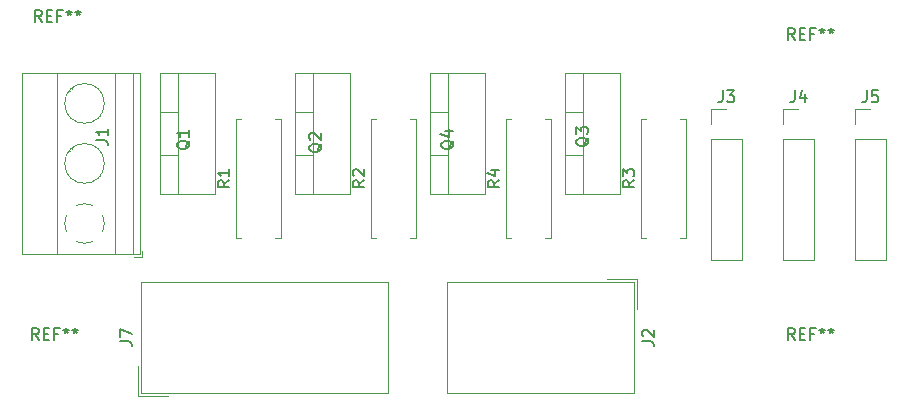
<source format=gbr>
G04 #@! TF.FileFunction,Legend,Top*
%FSLAX46Y46*%
G04 Gerber Fmt 4.6, Leading zero omitted, Abs format (unit mm)*
G04 Created by KiCad (PCBNEW 4.0.7) date Mon Dec 17 23:28:13 2018*
%MOMM*%
%LPD*%
G01*
G04 APERTURE LIST*
%ADD10C,0.100000*%
%ADD11C,0.120000*%
%ADD12C,0.150000*%
G04 APERTURE END LIST*
D10*
D11*
X213554000Y-126298000D02*
X216214000Y-126298000D01*
X213554000Y-116078000D02*
X213554000Y-126298000D01*
X216214000Y-116078000D02*
X216214000Y-126298000D01*
X213554000Y-116078000D02*
X216214000Y-116078000D01*
X213554000Y-114808000D02*
X213554000Y-113478000D01*
X213554000Y-113478000D02*
X214884000Y-113478000D01*
X166910000Y-120690000D02*
X166910000Y-110450000D01*
X171551000Y-120690000D02*
X171551000Y-110450000D01*
X166910000Y-120690000D02*
X171551000Y-120690000D01*
X166910000Y-110450000D02*
X171551000Y-110450000D01*
X168420000Y-120690000D02*
X168420000Y-110450000D01*
X166910000Y-117420000D02*
X168420000Y-117420000D01*
X166910000Y-113719000D02*
X168420000Y-113719000D01*
X178340000Y-120690000D02*
X178340000Y-110450000D01*
X182981000Y-120690000D02*
X182981000Y-110450000D01*
X178340000Y-120690000D02*
X182981000Y-120690000D01*
X178340000Y-110450000D02*
X182981000Y-110450000D01*
X179850000Y-120690000D02*
X179850000Y-110450000D01*
X178340000Y-117420000D02*
X179850000Y-117420000D01*
X178340000Y-113719000D02*
X179850000Y-113719000D01*
X201200000Y-120690000D02*
X201200000Y-110450000D01*
X205841000Y-120690000D02*
X205841000Y-110450000D01*
X201200000Y-120690000D02*
X205841000Y-120690000D01*
X201200000Y-110450000D02*
X205841000Y-110450000D01*
X202710000Y-120690000D02*
X202710000Y-110450000D01*
X201200000Y-117420000D02*
X202710000Y-117420000D01*
X201200000Y-113719000D02*
X202710000Y-113719000D01*
X189770000Y-120690000D02*
X189770000Y-110450000D01*
X194411000Y-120690000D02*
X194411000Y-110450000D01*
X189770000Y-120690000D02*
X194411000Y-120690000D01*
X189770000Y-110450000D02*
X194411000Y-110450000D01*
X191280000Y-120690000D02*
X191280000Y-110450000D01*
X189770000Y-117420000D02*
X191280000Y-117420000D01*
X189770000Y-113719000D02*
X191280000Y-113719000D01*
X173820000Y-124450000D02*
X173340000Y-124450000D01*
X173340000Y-124450000D02*
X173340000Y-114310000D01*
X173340000Y-114310000D02*
X173820000Y-114310000D01*
X176700000Y-124450000D02*
X177180000Y-124450000D01*
X177180000Y-124450000D02*
X177180000Y-114310000D01*
X177180000Y-114310000D02*
X176700000Y-114310000D01*
X185250000Y-124450000D02*
X184770000Y-124450000D01*
X184770000Y-124450000D02*
X184770000Y-114310000D01*
X184770000Y-114310000D02*
X185250000Y-114310000D01*
X188130000Y-124450000D02*
X188610000Y-124450000D01*
X188610000Y-124450000D02*
X188610000Y-114310000D01*
X188610000Y-114310000D02*
X188130000Y-114310000D01*
X208110000Y-124450000D02*
X207630000Y-124450000D01*
X207630000Y-124450000D02*
X207630000Y-114310000D01*
X207630000Y-114310000D02*
X208110000Y-114310000D01*
X210990000Y-124450000D02*
X211470000Y-124450000D01*
X211470000Y-124450000D02*
X211470000Y-114310000D01*
X211470000Y-114310000D02*
X210990000Y-114310000D01*
X196680000Y-124450000D02*
X196200000Y-124450000D01*
X196200000Y-124450000D02*
X196200000Y-114310000D01*
X196200000Y-114310000D02*
X196680000Y-114310000D01*
X199560000Y-124450000D02*
X200040000Y-124450000D01*
X200040000Y-124450000D02*
X200040000Y-114310000D01*
X200040000Y-114310000D02*
X199560000Y-114310000D01*
X207026000Y-137517000D02*
X191246000Y-137517000D01*
X191246000Y-137517000D02*
X191246000Y-128167000D01*
X191246000Y-128167000D02*
X207026000Y-128167000D01*
X207026000Y-128167000D02*
X207026000Y-137517000D01*
X207276000Y-127917000D02*
X204736000Y-127917000D01*
X207276000Y-127917000D02*
X207276000Y-130457000D01*
X219650000Y-126298000D02*
X222310000Y-126298000D01*
X219650000Y-116078000D02*
X219650000Y-126298000D01*
X222310000Y-116078000D02*
X222310000Y-126298000D01*
X219650000Y-116078000D02*
X222310000Y-116078000D01*
X219650000Y-114808000D02*
X219650000Y-113478000D01*
X219650000Y-113478000D02*
X220980000Y-113478000D01*
X225746000Y-126298000D02*
X228406000Y-126298000D01*
X225746000Y-116078000D02*
X225746000Y-126298000D01*
X228406000Y-116078000D02*
X228406000Y-126298000D01*
X225746000Y-116078000D02*
X228406000Y-116078000D01*
X225746000Y-114808000D02*
X225746000Y-113478000D01*
X225746000Y-113478000D02*
X227076000Y-113478000D01*
X162062756Y-122506682D02*
G75*
G02X162208000Y-123190000I-1534756J-683318D01*
G01*
X159844958Y-121654574D02*
G75*
G02X161212000Y-121655000I683042J-1535426D01*
G01*
X158992574Y-123873042D02*
G75*
G02X158993000Y-122506000I1535426J683042D01*
G01*
X161211042Y-124725426D02*
G75*
G02X159844000Y-124725000I-683042J1535426D01*
G01*
X162208253Y-123161195D02*
G75*
G02X162063000Y-123874000I-1680253J-28805D01*
G01*
X162208000Y-118110000D02*
G75*
G03X162208000Y-118110000I-1680000J0D01*
G01*
X162208000Y-113030000D02*
G75*
G03X162208000Y-113030000I-1680000J0D01*
G01*
X164628000Y-125790000D02*
X164628000Y-110430000D01*
X163128000Y-125790000D02*
X163128000Y-110430000D01*
X158227000Y-125790000D02*
X158227000Y-110430000D01*
X155267000Y-125790000D02*
X155267000Y-110430000D01*
X165188000Y-125790000D02*
X165188000Y-110430000D01*
X155267000Y-125790000D02*
X165188000Y-125790000D01*
X155267000Y-110430000D02*
X165188000Y-110430000D01*
X159459000Y-116835000D02*
X159505000Y-116882000D01*
X161767000Y-119144000D02*
X161802000Y-119179000D01*
X159253000Y-117040000D02*
X159289000Y-117075000D01*
X161551000Y-119337000D02*
X161597000Y-119384000D01*
X159459000Y-111755000D02*
X159505000Y-111802000D01*
X161767000Y-114064000D02*
X161802000Y-114099000D01*
X159253000Y-111960000D02*
X159289000Y-111995000D01*
X161551000Y-114257000D02*
X161597000Y-114304000D01*
X164688000Y-126030000D02*
X165428000Y-126030000D01*
X165428000Y-126030000D02*
X165428000Y-125530000D01*
X165338000Y-128167000D02*
X186198000Y-128167000D01*
X186198000Y-128167000D02*
X186198000Y-137517000D01*
X186198000Y-137517000D02*
X165338000Y-137517000D01*
X165338000Y-137517000D02*
X165338000Y-128167000D01*
X165088000Y-137767000D02*
X167628000Y-137767000D01*
X165088000Y-137767000D02*
X165088000Y-135227000D01*
D12*
X156654667Y-133040381D02*
X156321333Y-132564190D01*
X156083238Y-133040381D02*
X156083238Y-132040381D01*
X156464191Y-132040381D01*
X156559429Y-132088000D01*
X156607048Y-132135619D01*
X156654667Y-132230857D01*
X156654667Y-132373714D01*
X156607048Y-132468952D01*
X156559429Y-132516571D01*
X156464191Y-132564190D01*
X156083238Y-132564190D01*
X157083238Y-132516571D02*
X157416572Y-132516571D01*
X157559429Y-133040381D02*
X157083238Y-133040381D01*
X157083238Y-132040381D01*
X157559429Y-132040381D01*
X158321334Y-132516571D02*
X157988000Y-132516571D01*
X157988000Y-133040381D02*
X157988000Y-132040381D01*
X158464191Y-132040381D01*
X158988000Y-132040381D02*
X158988000Y-132278476D01*
X158749905Y-132183238D02*
X158988000Y-132278476D01*
X159226096Y-132183238D01*
X158845143Y-132468952D02*
X158988000Y-132278476D01*
X159130858Y-132468952D01*
X159749905Y-132040381D02*
X159749905Y-132278476D01*
X159511810Y-132183238D02*
X159749905Y-132278476D01*
X159988001Y-132183238D01*
X159607048Y-132468952D02*
X159749905Y-132278476D01*
X159892763Y-132468952D01*
X220662667Y-107640381D02*
X220329333Y-107164190D01*
X220091238Y-107640381D02*
X220091238Y-106640381D01*
X220472191Y-106640381D01*
X220567429Y-106688000D01*
X220615048Y-106735619D01*
X220662667Y-106830857D01*
X220662667Y-106973714D01*
X220615048Y-107068952D01*
X220567429Y-107116571D01*
X220472191Y-107164190D01*
X220091238Y-107164190D01*
X221091238Y-107116571D02*
X221424572Y-107116571D01*
X221567429Y-107640381D02*
X221091238Y-107640381D01*
X221091238Y-106640381D01*
X221567429Y-106640381D01*
X222329334Y-107116571D02*
X221996000Y-107116571D01*
X221996000Y-107640381D02*
X221996000Y-106640381D01*
X222472191Y-106640381D01*
X222996000Y-106640381D02*
X222996000Y-106878476D01*
X222757905Y-106783238D02*
X222996000Y-106878476D01*
X223234096Y-106783238D01*
X222853143Y-107068952D02*
X222996000Y-106878476D01*
X223138858Y-107068952D01*
X223757905Y-106640381D02*
X223757905Y-106878476D01*
X223519810Y-106783238D02*
X223757905Y-106878476D01*
X223996001Y-106783238D01*
X223615048Y-107068952D02*
X223757905Y-106878476D01*
X223900763Y-107068952D01*
X220662667Y-133040381D02*
X220329333Y-132564190D01*
X220091238Y-133040381D02*
X220091238Y-132040381D01*
X220472191Y-132040381D01*
X220567429Y-132088000D01*
X220615048Y-132135619D01*
X220662667Y-132230857D01*
X220662667Y-132373714D01*
X220615048Y-132468952D01*
X220567429Y-132516571D01*
X220472191Y-132564190D01*
X220091238Y-132564190D01*
X221091238Y-132516571D02*
X221424572Y-132516571D01*
X221567429Y-133040381D02*
X221091238Y-133040381D01*
X221091238Y-132040381D01*
X221567429Y-132040381D01*
X222329334Y-132516571D02*
X221996000Y-132516571D01*
X221996000Y-133040381D02*
X221996000Y-132040381D01*
X222472191Y-132040381D01*
X222996000Y-132040381D02*
X222996000Y-132278476D01*
X222757905Y-132183238D02*
X222996000Y-132278476D01*
X223234096Y-132183238D01*
X222853143Y-132468952D02*
X222996000Y-132278476D01*
X223138858Y-132468952D01*
X223757905Y-132040381D02*
X223757905Y-132278476D01*
X223519810Y-132183238D02*
X223757905Y-132278476D01*
X223996001Y-132183238D01*
X223615048Y-132468952D02*
X223757905Y-132278476D01*
X223900763Y-132468952D01*
X214550667Y-111930381D02*
X214550667Y-112644667D01*
X214503047Y-112787524D01*
X214407809Y-112882762D01*
X214264952Y-112930381D01*
X214169714Y-112930381D01*
X214931619Y-111930381D02*
X215550667Y-111930381D01*
X215217333Y-112311333D01*
X215360191Y-112311333D01*
X215455429Y-112358952D01*
X215503048Y-112406571D01*
X215550667Y-112501810D01*
X215550667Y-112739905D01*
X215503048Y-112835143D01*
X215455429Y-112882762D01*
X215360191Y-112930381D01*
X215074476Y-112930381D01*
X214979238Y-112882762D01*
X214931619Y-112835143D01*
X169457619Y-116173238D02*
X169410000Y-116268476D01*
X169314762Y-116363714D01*
X169171905Y-116506571D01*
X169124286Y-116601810D01*
X169124286Y-116697048D01*
X169362381Y-116649429D02*
X169314762Y-116744667D01*
X169219524Y-116839905D01*
X169029048Y-116887524D01*
X168695714Y-116887524D01*
X168505238Y-116839905D01*
X168410000Y-116744667D01*
X168362381Y-116649429D01*
X168362381Y-116458952D01*
X168410000Y-116363714D01*
X168505238Y-116268476D01*
X168695714Y-116220857D01*
X169029048Y-116220857D01*
X169219524Y-116268476D01*
X169314762Y-116363714D01*
X169362381Y-116458952D01*
X169362381Y-116649429D01*
X169362381Y-115268476D02*
X169362381Y-115839905D01*
X169362381Y-115554191D02*
X168362381Y-115554191D01*
X168505238Y-115649429D01*
X168600476Y-115744667D01*
X168648095Y-115839905D01*
X180633619Y-116427238D02*
X180586000Y-116522476D01*
X180490762Y-116617714D01*
X180347905Y-116760571D01*
X180300286Y-116855810D01*
X180300286Y-116951048D01*
X180538381Y-116903429D02*
X180490762Y-116998667D01*
X180395524Y-117093905D01*
X180205048Y-117141524D01*
X179871714Y-117141524D01*
X179681238Y-117093905D01*
X179586000Y-116998667D01*
X179538381Y-116903429D01*
X179538381Y-116712952D01*
X179586000Y-116617714D01*
X179681238Y-116522476D01*
X179871714Y-116474857D01*
X180205048Y-116474857D01*
X180395524Y-116522476D01*
X180490762Y-116617714D01*
X180538381Y-116712952D01*
X180538381Y-116903429D01*
X179633619Y-116093905D02*
X179586000Y-116046286D01*
X179538381Y-115951048D01*
X179538381Y-115712952D01*
X179586000Y-115617714D01*
X179633619Y-115570095D01*
X179728857Y-115522476D01*
X179824095Y-115522476D01*
X179966952Y-115570095D01*
X180538381Y-116141524D01*
X180538381Y-115522476D01*
X203239619Y-115919238D02*
X203192000Y-116014476D01*
X203096762Y-116109714D01*
X202953905Y-116252571D01*
X202906286Y-116347810D01*
X202906286Y-116443048D01*
X203144381Y-116395429D02*
X203096762Y-116490667D01*
X203001524Y-116585905D01*
X202811048Y-116633524D01*
X202477714Y-116633524D01*
X202287238Y-116585905D01*
X202192000Y-116490667D01*
X202144381Y-116395429D01*
X202144381Y-116204952D01*
X202192000Y-116109714D01*
X202287238Y-116014476D01*
X202477714Y-115966857D01*
X202811048Y-115966857D01*
X203001524Y-116014476D01*
X203096762Y-116109714D01*
X203144381Y-116204952D01*
X203144381Y-116395429D01*
X202144381Y-115633524D02*
X202144381Y-115014476D01*
X202525333Y-115347810D01*
X202525333Y-115204952D01*
X202572952Y-115109714D01*
X202620571Y-115062095D01*
X202715810Y-115014476D01*
X202953905Y-115014476D01*
X203049143Y-115062095D01*
X203096762Y-115109714D01*
X203144381Y-115204952D01*
X203144381Y-115490667D01*
X203096762Y-115585905D01*
X203049143Y-115633524D01*
X191809619Y-116173238D02*
X191762000Y-116268476D01*
X191666762Y-116363714D01*
X191523905Y-116506571D01*
X191476286Y-116601810D01*
X191476286Y-116697048D01*
X191714381Y-116649429D02*
X191666762Y-116744667D01*
X191571524Y-116839905D01*
X191381048Y-116887524D01*
X191047714Y-116887524D01*
X190857238Y-116839905D01*
X190762000Y-116744667D01*
X190714381Y-116649429D01*
X190714381Y-116458952D01*
X190762000Y-116363714D01*
X190857238Y-116268476D01*
X191047714Y-116220857D01*
X191381048Y-116220857D01*
X191571524Y-116268476D01*
X191666762Y-116363714D01*
X191714381Y-116458952D01*
X191714381Y-116649429D01*
X191047714Y-115363714D02*
X191714381Y-115363714D01*
X190666762Y-115601810D02*
X191381048Y-115839905D01*
X191381048Y-115220857D01*
X172792381Y-119546666D02*
X172316190Y-119880000D01*
X172792381Y-120118095D02*
X171792381Y-120118095D01*
X171792381Y-119737142D01*
X171840000Y-119641904D01*
X171887619Y-119594285D01*
X171982857Y-119546666D01*
X172125714Y-119546666D01*
X172220952Y-119594285D01*
X172268571Y-119641904D01*
X172316190Y-119737142D01*
X172316190Y-120118095D01*
X172792381Y-118594285D02*
X172792381Y-119165714D01*
X172792381Y-118880000D02*
X171792381Y-118880000D01*
X171935238Y-118975238D01*
X172030476Y-119070476D01*
X172078095Y-119165714D01*
X184222381Y-119546666D02*
X183746190Y-119880000D01*
X184222381Y-120118095D02*
X183222381Y-120118095D01*
X183222381Y-119737142D01*
X183270000Y-119641904D01*
X183317619Y-119594285D01*
X183412857Y-119546666D01*
X183555714Y-119546666D01*
X183650952Y-119594285D01*
X183698571Y-119641904D01*
X183746190Y-119737142D01*
X183746190Y-120118095D01*
X183317619Y-119165714D02*
X183270000Y-119118095D01*
X183222381Y-119022857D01*
X183222381Y-118784761D01*
X183270000Y-118689523D01*
X183317619Y-118641904D01*
X183412857Y-118594285D01*
X183508095Y-118594285D01*
X183650952Y-118641904D01*
X184222381Y-119213333D01*
X184222381Y-118594285D01*
X207082381Y-119546666D02*
X206606190Y-119880000D01*
X207082381Y-120118095D02*
X206082381Y-120118095D01*
X206082381Y-119737142D01*
X206130000Y-119641904D01*
X206177619Y-119594285D01*
X206272857Y-119546666D01*
X206415714Y-119546666D01*
X206510952Y-119594285D01*
X206558571Y-119641904D01*
X206606190Y-119737142D01*
X206606190Y-120118095D01*
X206082381Y-119213333D02*
X206082381Y-118594285D01*
X206463333Y-118927619D01*
X206463333Y-118784761D01*
X206510952Y-118689523D01*
X206558571Y-118641904D01*
X206653810Y-118594285D01*
X206891905Y-118594285D01*
X206987143Y-118641904D01*
X207034762Y-118689523D01*
X207082381Y-118784761D01*
X207082381Y-119070476D01*
X207034762Y-119165714D01*
X206987143Y-119213333D01*
X195652381Y-119546666D02*
X195176190Y-119880000D01*
X195652381Y-120118095D02*
X194652381Y-120118095D01*
X194652381Y-119737142D01*
X194700000Y-119641904D01*
X194747619Y-119594285D01*
X194842857Y-119546666D01*
X194985714Y-119546666D01*
X195080952Y-119594285D01*
X195128571Y-119641904D01*
X195176190Y-119737142D01*
X195176190Y-120118095D01*
X194985714Y-118689523D02*
X195652381Y-118689523D01*
X194604762Y-118927619D02*
X195319048Y-119165714D01*
X195319048Y-118546666D01*
X156908667Y-106116381D02*
X156575333Y-105640190D01*
X156337238Y-106116381D02*
X156337238Y-105116381D01*
X156718191Y-105116381D01*
X156813429Y-105164000D01*
X156861048Y-105211619D01*
X156908667Y-105306857D01*
X156908667Y-105449714D01*
X156861048Y-105544952D01*
X156813429Y-105592571D01*
X156718191Y-105640190D01*
X156337238Y-105640190D01*
X157337238Y-105592571D02*
X157670572Y-105592571D01*
X157813429Y-106116381D02*
X157337238Y-106116381D01*
X157337238Y-105116381D01*
X157813429Y-105116381D01*
X158575334Y-105592571D02*
X158242000Y-105592571D01*
X158242000Y-106116381D02*
X158242000Y-105116381D01*
X158718191Y-105116381D01*
X159242000Y-105116381D02*
X159242000Y-105354476D01*
X159003905Y-105259238D02*
X159242000Y-105354476D01*
X159480096Y-105259238D01*
X159099143Y-105544952D02*
X159242000Y-105354476D01*
X159384858Y-105544952D01*
X160003905Y-105116381D02*
X160003905Y-105354476D01*
X159765810Y-105259238D02*
X160003905Y-105354476D01*
X160242001Y-105259238D01*
X159861048Y-105544952D02*
X160003905Y-105354476D01*
X160146763Y-105544952D01*
X207732381Y-133175333D02*
X208446667Y-133175333D01*
X208589524Y-133222953D01*
X208684762Y-133318191D01*
X208732381Y-133461048D01*
X208732381Y-133556286D01*
X207827619Y-132746762D02*
X207780000Y-132699143D01*
X207732381Y-132603905D01*
X207732381Y-132365809D01*
X207780000Y-132270571D01*
X207827619Y-132222952D01*
X207922857Y-132175333D01*
X208018095Y-132175333D01*
X208160952Y-132222952D01*
X208732381Y-132794381D01*
X208732381Y-132175333D01*
X220646667Y-111930381D02*
X220646667Y-112644667D01*
X220599047Y-112787524D01*
X220503809Y-112882762D01*
X220360952Y-112930381D01*
X220265714Y-112930381D01*
X221551429Y-112263714D02*
X221551429Y-112930381D01*
X221313333Y-111882762D02*
X221075238Y-112597048D01*
X221694286Y-112597048D01*
X226742667Y-111930381D02*
X226742667Y-112644667D01*
X226695047Y-112787524D01*
X226599809Y-112882762D01*
X226456952Y-112930381D01*
X226361714Y-112930381D01*
X227695048Y-111930381D02*
X227218857Y-111930381D01*
X227171238Y-112406571D01*
X227218857Y-112358952D01*
X227314095Y-112311333D01*
X227552191Y-112311333D01*
X227647429Y-112358952D01*
X227695048Y-112406571D01*
X227742667Y-112501810D01*
X227742667Y-112739905D01*
X227695048Y-112835143D01*
X227647429Y-112882762D01*
X227552191Y-112930381D01*
X227314095Y-112930381D01*
X227218857Y-112882762D01*
X227171238Y-112835143D01*
X161504381Y-116157333D02*
X162218667Y-116157333D01*
X162361524Y-116204953D01*
X162456762Y-116300191D01*
X162504381Y-116443048D01*
X162504381Y-116538286D01*
X162504381Y-115157333D02*
X162504381Y-115728762D01*
X162504381Y-115443048D02*
X161504381Y-115443048D01*
X161647238Y-115538286D01*
X161742476Y-115633524D01*
X161790095Y-115728762D01*
X163536381Y-133175333D02*
X164250667Y-133175333D01*
X164393524Y-133222953D01*
X164488762Y-133318191D01*
X164536381Y-133461048D01*
X164536381Y-133556286D01*
X163536381Y-132794381D02*
X163536381Y-132127714D01*
X164536381Y-132556286D01*
M02*

</source>
